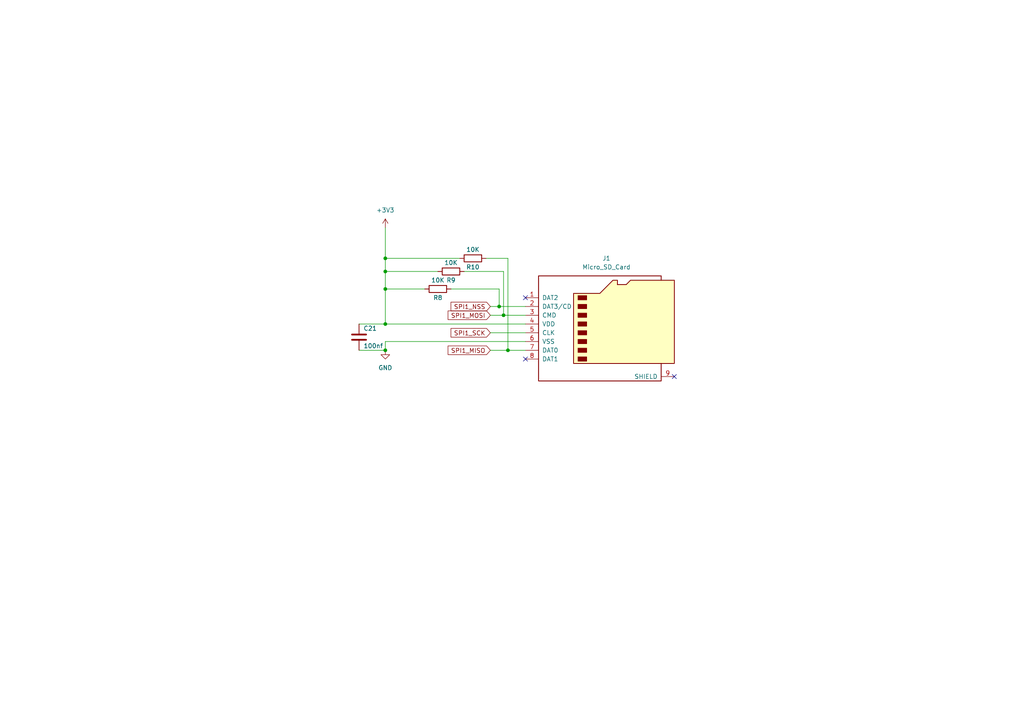
<source format=kicad_sch>
(kicad_sch (version 20211123) (generator eeschema)

  (uuid d22db607-bea2-4c52-8eb6-eb70b4714d8e)

  (paper "A4")

  (title_block
    (title "Robotic navigation system ")
    (date "2/26/2022")
    (company "Solarwind robotics")
  )

  (lib_symbols
    (symbol "Connector:Micro_SD_Card" (pin_names (offset 1.016)) (in_bom yes) (on_board yes)
      (property "Reference" "J" (id 0) (at -16.51 15.24 0)
        (effects (font (size 1.27 1.27)))
      )
      (property "Value" "Micro_SD_Card" (id 1) (at 16.51 15.24 0)
        (effects (font (size 1.27 1.27)) (justify right))
      )
      (property "Footprint" "" (id 2) (at 29.21 7.62 0)
        (effects (font (size 1.27 1.27)) hide)
      )
      (property "Datasheet" "http://katalog.we-online.de/em/datasheet/693072010801.pdf" (id 3) (at 0 0 0)
        (effects (font (size 1.27 1.27)) hide)
      )
      (property "ki_keywords" "connector SD microsd" (id 4) (at 0 0 0)
        (effects (font (size 1.27 1.27)) hide)
      )
      (property "ki_description" "Micro SD Card Socket" (id 5) (at 0 0 0)
        (effects (font (size 1.27 1.27)) hide)
      )
      (property "ki_fp_filters" "microSD*" (id 6) (at 0 0 0)
        (effects (font (size 1.27 1.27)) hide)
      )
      (symbol "Micro_SD_Card_0_1"
        (rectangle (start -7.62 -9.525) (end -5.08 -10.795)
          (stroke (width 0) (type default) (color 0 0 0 0))
          (fill (type outline))
        )
        (rectangle (start -7.62 -6.985) (end -5.08 -8.255)
          (stroke (width 0) (type default) (color 0 0 0 0))
          (fill (type outline))
        )
        (rectangle (start -7.62 -4.445) (end -5.08 -5.715)
          (stroke (width 0) (type default) (color 0 0 0 0))
          (fill (type outline))
        )
        (rectangle (start -7.62 -1.905) (end -5.08 -3.175)
          (stroke (width 0) (type default) (color 0 0 0 0))
          (fill (type outline))
        )
        (rectangle (start -7.62 0.635) (end -5.08 -0.635)
          (stroke (width 0) (type default) (color 0 0 0 0))
          (fill (type outline))
        )
        (rectangle (start -7.62 3.175) (end -5.08 1.905)
          (stroke (width 0) (type default) (color 0 0 0 0))
          (fill (type outline))
        )
        (rectangle (start -7.62 5.715) (end -5.08 4.445)
          (stroke (width 0) (type default) (color 0 0 0 0))
          (fill (type outline))
        )
        (rectangle (start -7.62 8.255) (end -5.08 6.985)
          (stroke (width 0) (type default) (color 0 0 0 0))
          (fill (type outline))
        )
        (polyline
          (pts
            (xy 16.51 12.7)
            (xy 16.51 13.97)
            (xy -19.05 13.97)
            (xy -19.05 -16.51)
            (xy 16.51 -16.51)
            (xy 16.51 -11.43)
          )
          (stroke (width 0.254) (type default) (color 0 0 0 0))
          (fill (type none))
        )
        (polyline
          (pts
            (xy -8.89 -11.43)
            (xy -8.89 8.89)
            (xy -1.27 8.89)
            (xy 2.54 12.7)
            (xy 3.81 12.7)
            (xy 3.81 11.43)
            (xy 6.35 11.43)
            (xy 7.62 12.7)
            (xy 20.32 12.7)
            (xy 20.32 -11.43)
            (xy -8.89 -11.43)
          )
          (stroke (width 0.254) (type default) (color 0 0 0 0))
          (fill (type background))
        )
      )
      (symbol "Micro_SD_Card_1_1"
        (pin bidirectional line (at -22.86 7.62 0) (length 3.81)
          (name "DAT2" (effects (font (size 1.27 1.27))))
          (number "1" (effects (font (size 1.27 1.27))))
        )
        (pin bidirectional line (at -22.86 5.08 0) (length 3.81)
          (name "DAT3/CD" (effects (font (size 1.27 1.27))))
          (number "2" (effects (font (size 1.27 1.27))))
        )
        (pin input line (at -22.86 2.54 0) (length 3.81)
          (name "CMD" (effects (font (size 1.27 1.27))))
          (number "3" (effects (font (size 1.27 1.27))))
        )
        (pin power_in line (at -22.86 0 0) (length 3.81)
          (name "VDD" (effects (font (size 1.27 1.27))))
          (number "4" (effects (font (size 1.27 1.27))))
        )
        (pin input line (at -22.86 -2.54 0) (length 3.81)
          (name "CLK" (effects (font (size 1.27 1.27))))
          (number "5" (effects (font (size 1.27 1.27))))
        )
        (pin power_in line (at -22.86 -5.08 0) (length 3.81)
          (name "VSS" (effects (font (size 1.27 1.27))))
          (number "6" (effects (font (size 1.27 1.27))))
        )
        (pin bidirectional line (at -22.86 -7.62 0) (length 3.81)
          (name "DAT0" (effects (font (size 1.27 1.27))))
          (number "7" (effects (font (size 1.27 1.27))))
        )
        (pin bidirectional line (at -22.86 -10.16 0) (length 3.81)
          (name "DAT1" (effects (font (size 1.27 1.27))))
          (number "8" (effects (font (size 1.27 1.27))))
        )
        (pin passive line (at 20.32 -15.24 180) (length 3.81)
          (name "SHIELD" (effects (font (size 1.27 1.27))))
          (number "9" (effects (font (size 1.27 1.27))))
        )
      )
    )
    (symbol "Device:C" (pin_numbers hide) (pin_names (offset 0.254)) (in_bom yes) (on_board yes)
      (property "Reference" "C" (id 0) (at 0.635 2.54 0)
        (effects (font (size 1.27 1.27)) (justify left))
      )
      (property "Value" "C" (id 1) (at 0.635 -2.54 0)
        (effects (font (size 1.27 1.27)) (justify left))
      )
      (property "Footprint" "" (id 2) (at 0.9652 -3.81 0)
        (effects (font (size 1.27 1.27)) hide)
      )
      (property "Datasheet" "~" (id 3) (at 0 0 0)
        (effects (font (size 1.27 1.27)) hide)
      )
      (property "ki_keywords" "cap capacitor" (id 4) (at 0 0 0)
        (effects (font (size 1.27 1.27)) hide)
      )
      (property "ki_description" "Unpolarized capacitor" (id 5) (at 0 0 0)
        (effects (font (size 1.27 1.27)) hide)
      )
      (property "ki_fp_filters" "C_*" (id 6) (at 0 0 0)
        (effects (font (size 1.27 1.27)) hide)
      )
      (symbol "C_0_1"
        (polyline
          (pts
            (xy -2.032 -0.762)
            (xy 2.032 -0.762)
          )
          (stroke (width 0.508) (type default) (color 0 0 0 0))
          (fill (type none))
        )
        (polyline
          (pts
            (xy -2.032 0.762)
            (xy 2.032 0.762)
          )
          (stroke (width 0.508) (type default) (color 0 0 0 0))
          (fill (type none))
        )
      )
      (symbol "C_1_1"
        (pin passive line (at 0 3.81 270) (length 2.794)
          (name "~" (effects (font (size 1.27 1.27))))
          (number "1" (effects (font (size 1.27 1.27))))
        )
        (pin passive line (at 0 -3.81 90) (length 2.794)
          (name "~" (effects (font (size 1.27 1.27))))
          (number "2" (effects (font (size 1.27 1.27))))
        )
      )
    )
    (symbol "Device:R" (pin_numbers hide) (pin_names (offset 0)) (in_bom yes) (on_board yes)
      (property "Reference" "R" (id 0) (at 2.032 0 90)
        (effects (font (size 1.27 1.27)))
      )
      (property "Value" "R" (id 1) (at 0 0 90)
        (effects (font (size 1.27 1.27)))
      )
      (property "Footprint" "" (id 2) (at -1.778 0 90)
        (effects (font (size 1.27 1.27)) hide)
      )
      (property "Datasheet" "~" (id 3) (at 0 0 0)
        (effects (font (size 1.27 1.27)) hide)
      )
      (property "ki_keywords" "R res resistor" (id 4) (at 0 0 0)
        (effects (font (size 1.27 1.27)) hide)
      )
      (property "ki_description" "Resistor" (id 5) (at 0 0 0)
        (effects (font (size 1.27 1.27)) hide)
      )
      (property "ki_fp_filters" "R_*" (id 6) (at 0 0 0)
        (effects (font (size 1.27 1.27)) hide)
      )
      (symbol "R_0_1"
        (rectangle (start -1.016 -2.54) (end 1.016 2.54)
          (stroke (width 0.254) (type default) (color 0 0 0 0))
          (fill (type none))
        )
      )
      (symbol "R_1_1"
        (pin passive line (at 0 3.81 270) (length 1.27)
          (name "~" (effects (font (size 1.27 1.27))))
          (number "1" (effects (font (size 1.27 1.27))))
        )
        (pin passive line (at 0 -3.81 90) (length 1.27)
          (name "~" (effects (font (size 1.27 1.27))))
          (number "2" (effects (font (size 1.27 1.27))))
        )
      )
    )
    (symbol "power:+3.3V" (power) (pin_names (offset 0)) (in_bom yes) (on_board yes)
      (property "Reference" "#PWR" (id 0) (at 0 -3.81 0)
        (effects (font (size 1.27 1.27)) hide)
      )
      (property "Value" "+3.3V" (id 1) (at 0 3.556 0)
        (effects (font (size 1.27 1.27)))
      )
      (property "Footprint" "" (id 2) (at 0 0 0)
        (effects (font (size 1.27 1.27)) hide)
      )
      (property "Datasheet" "" (id 3) (at 0 0 0)
        (effects (font (size 1.27 1.27)) hide)
      )
      (property "ki_keywords" "power-flag" (id 4) (at 0 0 0)
        (effects (font (size 1.27 1.27)) hide)
      )
      (property "ki_description" "Power symbol creates a global label with name \"+3.3V\"" (id 5) (at 0 0 0)
        (effects (font (size 1.27 1.27)) hide)
      )
      (symbol "+3.3V_0_1"
        (polyline
          (pts
            (xy -0.762 1.27)
            (xy 0 2.54)
          )
          (stroke (width 0) (type default) (color 0 0 0 0))
          (fill (type none))
        )
        (polyline
          (pts
            (xy 0 0)
            (xy 0 2.54)
          )
          (stroke (width 0) (type default) (color 0 0 0 0))
          (fill (type none))
        )
        (polyline
          (pts
            (xy 0 2.54)
            (xy 0.762 1.27)
          )
          (stroke (width 0) (type default) (color 0 0 0 0))
          (fill (type none))
        )
      )
      (symbol "+3.3V_1_1"
        (pin power_in line (at 0 0 90) (length 0) hide
          (name "+3V3" (effects (font (size 1.27 1.27))))
          (number "1" (effects (font (size 1.27 1.27))))
        )
      )
    )
    (symbol "power:GND" (power) (pin_names (offset 0)) (in_bom yes) (on_board yes)
      (property "Reference" "#PWR" (id 0) (at 0 -6.35 0)
        (effects (font (size 1.27 1.27)) hide)
      )
      (property "Value" "GND" (id 1) (at 0 -3.81 0)
        (effects (font (size 1.27 1.27)))
      )
      (property "Footprint" "" (id 2) (at 0 0 0)
        (effects (font (size 1.27 1.27)) hide)
      )
      (property "Datasheet" "" (id 3) (at 0 0 0)
        (effects (font (size 1.27 1.27)) hide)
      )
      (property "ki_keywords" "power-flag" (id 4) (at 0 0 0)
        (effects (font (size 1.27 1.27)) hide)
      )
      (property "ki_description" "Power symbol creates a global label with name \"GND\" , ground" (id 5) (at 0 0 0)
        (effects (font (size 1.27 1.27)) hide)
      )
      (symbol "GND_0_1"
        (polyline
          (pts
            (xy 0 0)
            (xy 0 -1.27)
            (xy 1.27 -1.27)
            (xy 0 -2.54)
            (xy -1.27 -1.27)
            (xy 0 -1.27)
          )
          (stroke (width 0) (type default) (color 0 0 0 0))
          (fill (type none))
        )
      )
      (symbol "GND_1_1"
        (pin power_in line (at 0 0 270) (length 0) hide
          (name "GND" (effects (font (size 1.27 1.27))))
          (number "1" (effects (font (size 1.27 1.27))))
        )
      )
    )
  )

  (junction (at 111.76 74.93) (diameter 0) (color 0 0 0 0)
    (uuid 261620c6-981a-47ae-a703-647fbe7cef4f)
  )
  (junction (at 144.78 88.9) (diameter 0) (color 0 0 0 0)
    (uuid 3e3c8cd1-e8be-4ede-ab91-ab5ac2641c3e)
  )
  (junction (at 147.32 101.6) (diameter 0) (color 0 0 0 0)
    (uuid 42565f17-e7d3-4122-9500-0832d36f08bc)
  )
  (junction (at 111.76 83.82) (diameter 0) (color 0 0 0 0)
    (uuid 5657f9cd-dd30-4c0a-8b80-a3a710594bbf)
  )
  (junction (at 111.76 101.6) (diameter 0) (color 0 0 0 0)
    (uuid 9c996d55-8899-45ef-8560-2126c0692ffc)
  )
  (junction (at 111.76 78.74) (diameter 0) (color 0 0 0 0)
    (uuid d337cea7-6507-4a28-b555-b162752d0d6d)
  )
  (junction (at 146.05 91.44) (diameter 0) (color 0 0 0 0)
    (uuid dab4dbbd-3bb6-4fba-a5a2-5e7768f698be)
  )
  (junction (at 111.76 93.98) (diameter 0) (color 0 0 0 0)
    (uuid e3983963-71ef-424b-8f3b-254650e2ee80)
  )

  (no_connect (at 152.4 86.36) (uuid 683d4a48-7660-44cc-9772-d6cba06cd66d))
  (no_connect (at 152.4 104.14) (uuid 683d4a48-7660-44cc-9772-d6cba06cd66e))
  (no_connect (at 195.58 109.22) (uuid 7896736b-777a-4f98-9e28-6155586798c8))

  (wire (pts (xy 144.78 83.82) (xy 144.78 88.9))
    (stroke (width 0) (type default) (color 0 0 0 0))
    (uuid 00448a73-23f2-4627-85f6-71b4bda64313)
  )
  (wire (pts (xy 146.05 78.74) (xy 146.05 91.44))
    (stroke (width 0) (type default) (color 0 0 0 0))
    (uuid 0e404bc0-f0fb-4491-8c22-e183822aceab)
  )
  (wire (pts (xy 147.32 101.6) (xy 152.4 101.6))
    (stroke (width 0) (type default) (color 0 0 0 0))
    (uuid 176608a4-e70d-44e4-92e7-1e7d1a6d5bdd)
  )
  (wire (pts (xy 111.76 66.04) (xy 111.76 74.93))
    (stroke (width 0) (type default) (color 0 0 0 0))
    (uuid 19ed1672-d458-4a17-9616-b338036725d0)
  )
  (wire (pts (xy 111.76 78.74) (xy 127 78.74))
    (stroke (width 0) (type default) (color 0 0 0 0))
    (uuid 2f27cb65-055d-4b86-91ba-5898b35f7299)
  )
  (wire (pts (xy 134.62 78.74) (xy 146.05 78.74))
    (stroke (width 0) (type default) (color 0 0 0 0))
    (uuid 39dbe8ef-1283-48fc-848a-a0540d15ae73)
  )
  (wire (pts (xy 104.14 101.6) (xy 111.76 101.6))
    (stroke (width 0) (type default) (color 0 0 0 0))
    (uuid 41b09954-8308-467a-bc0f-5f62afba23d0)
  )
  (wire (pts (xy 111.76 74.93) (xy 133.35 74.93))
    (stroke (width 0) (type default) (color 0 0 0 0))
    (uuid 48ab18a9-b15e-476b-950e-91693164c7d0)
  )
  (wire (pts (xy 111.76 83.82) (xy 111.76 93.98))
    (stroke (width 0) (type default) (color 0 0 0 0))
    (uuid 532e821c-a14c-4746-97f3-f5eab2df2905)
  )
  (wire (pts (xy 130.81 83.82) (xy 144.78 83.82))
    (stroke (width 0) (type default) (color 0 0 0 0))
    (uuid 66507de4-c199-4fbe-bf19-6d478b278e3a)
  )
  (wire (pts (xy 142.24 88.9) (xy 144.78 88.9))
    (stroke (width 0) (type default) (color 0 0 0 0))
    (uuid 6769fd52-0a7c-48a8-93d9-9b82414b5c41)
  )
  (wire (pts (xy 146.05 91.44) (xy 152.4 91.44))
    (stroke (width 0) (type default) (color 0 0 0 0))
    (uuid 7c37c9de-83c7-4d3e-baba-c349608a3873)
  )
  (wire (pts (xy 144.78 88.9) (xy 152.4 88.9))
    (stroke (width 0) (type default) (color 0 0 0 0))
    (uuid 8e8ec46d-caab-40a7-a29d-30283d9ff9fb)
  )
  (wire (pts (xy 147.32 74.93) (xy 147.32 101.6))
    (stroke (width 0) (type default) (color 0 0 0 0))
    (uuid 9f727aa2-421b-4c24-b321-a1323f2ca484)
  )
  (wire (pts (xy 104.14 93.98) (xy 111.76 93.98))
    (stroke (width 0) (type default) (color 0 0 0 0))
    (uuid a1cb9502-7521-4c16-bbfb-bbd49aee1d2a)
  )
  (wire (pts (xy 111.76 74.93) (xy 111.76 78.74))
    (stroke (width 0) (type default) (color 0 0 0 0))
    (uuid ac8414b5-a97d-42d7-b111-b3c3dc051850)
  )
  (wire (pts (xy 111.76 99.06) (xy 111.76 101.6))
    (stroke (width 0) (type default) (color 0 0 0 0))
    (uuid c23ae5a5-c96e-4ae4-a500-8396bc67ac41)
  )
  (wire (pts (xy 142.24 91.44) (xy 146.05 91.44))
    (stroke (width 0) (type default) (color 0 0 0 0))
    (uuid c9bdfffc-ea49-4fc1-9e78-d76696fc75af)
  )
  (wire (pts (xy 142.24 96.52) (xy 152.4 96.52))
    (stroke (width 0) (type default) (color 0 0 0 0))
    (uuid caeb5d4c-993e-4833-ad3a-717f34d29bd8)
  )
  (wire (pts (xy 142.24 101.6) (xy 147.32 101.6))
    (stroke (width 0) (type default) (color 0 0 0 0))
    (uuid cd57fa5c-4821-44e6-938b-be773fffe4fb)
  )
  (wire (pts (xy 152.4 99.06) (xy 111.76 99.06))
    (stroke (width 0) (type default) (color 0 0 0 0))
    (uuid da547872-e493-4b81-a164-e3eb9b2e92c9)
  )
  (wire (pts (xy 111.76 83.82) (xy 123.19 83.82))
    (stroke (width 0) (type default) (color 0 0 0 0))
    (uuid df0e0c70-1650-4162-aebb-3c10a222a679)
  )
  (wire (pts (xy 140.97 74.93) (xy 147.32 74.93))
    (stroke (width 0) (type default) (color 0 0 0 0))
    (uuid e6ab5210-e29b-49c5-b8c7-defdc595dc77)
  )
  (wire (pts (xy 111.76 93.98) (xy 152.4 93.98))
    (stroke (width 0) (type default) (color 0 0 0 0))
    (uuid f6a6ffb5-d998-4ea9-a86a-bf9105588f92)
  )
  (wire (pts (xy 111.76 78.74) (xy 111.76 83.82))
    (stroke (width 0) (type default) (color 0 0 0 0))
    (uuid fab29d84-b334-4090-ad18-bc97ff8bd9a6)
  )

  (global_label "SPI1_SCK" (shape input) (at 142.24 96.52 180) (fields_autoplaced)
    (effects (font (size 1.27 1.27)) (justify right))
    (uuid 0f06a0d6-452a-4074-837d-4d52f5efbc38)
    (property "Intersheet References" "${INTERSHEET_REFS}" (id 0) (at 130.8159 96.4406 0)
      (effects (font (size 1.27 1.27)) (justify right) hide)
    )
  )
  (global_label "SPI1_MISO" (shape input) (at 142.24 101.6 180) (fields_autoplaced)
    (effects (font (size 1.27 1.27)) (justify right))
    (uuid 1d0aa589-451c-485d-9032-c87d2c48412d)
    (property "Intersheet References" "${INTERSHEET_REFS}" (id 0) (at 129.9693 101.5206 0)
      (effects (font (size 1.27 1.27)) (justify right) hide)
    )
  )
  (global_label "SPI1_MOSI" (shape input) (at 142.24 91.44 180) (fields_autoplaced)
    (effects (font (size 1.27 1.27)) (justify right))
    (uuid 5296efab-662f-4351-b415-532a5f76cd07)
    (property "Intersheet References" "${INTERSHEET_REFS}" (id 0) (at 129.9693 91.3606 0)
      (effects (font (size 1.27 1.27)) (justify right) hide)
    )
  )
  (global_label "SPI1_NSS" (shape input) (at 142.24 88.9 180) (fields_autoplaced)
    (effects (font (size 1.27 1.27)) (justify right))
    (uuid a75da3e3-781d-43da-bc86-af1d438cba5b)
    (property "Intersheet References" "${INTERSHEET_REFS}" (id 0) (at 130.8159 88.8206 0)
      (effects (font (size 1.27 1.27)) (justify right) hide)
    )
  )

  (symbol (lib_id "power:+3.3V") (at 111.76 66.04 0) (unit 1)
    (in_bom yes) (on_board yes) (fields_autoplaced)
    (uuid 03fab5ba-0187-4554-b41e-88f269d4cf23)
    (property "Reference" "#PWR023" (id 0) (at 111.76 69.85 0)
      (effects (font (size 1.27 1.27)) hide)
    )
    (property "Value" "+3.3V" (id 1) (at 111.76 60.96 0))
    (property "Footprint" "" (id 2) (at 111.76 66.04 0)
      (effects (font (size 1.27 1.27)) hide)
    )
    (property "Datasheet" "" (id 3) (at 111.76 66.04 0)
      (effects (font (size 1.27 1.27)) hide)
    )
    (pin "1" (uuid effed6f1-9845-4dda-a4fa-c6598f39641e))
  )

  (symbol (lib_id "Device:C") (at 104.14 97.79 0) (unit 1)
    (in_bom yes) (on_board yes)
    (uuid 6c29bd52-28a0-4410-aa39-8fbeeccaf618)
    (property "Reference" "C21" (id 0) (at 105.41 95.25 0)
      (effects (font (size 1.27 1.27)) (justify left))
    )
    (property "Value" "100nf" (id 1) (at 105.41 100.33 0)
      (effects (font (size 1.27 1.27)) (justify left))
    )
    (property "Footprint" "Capacitor_SMD:C_0402_1005Metric_Pad0.74x0.62mm_HandSolder" (id 2) (at 105.1052 101.6 0)
      (effects (font (size 1.27 1.27)) hide)
    )
    (property "Datasheet" "~" (id 3) (at 104.14 97.79 0)
      (effects (font (size 1.27 1.27)) hide)
    )
    (property "LCSC" "C307331" (id 4) (at 104.14 97.79 0)
      (effects (font (size 1.27 1.27)) hide)
    )
    (pin "1" (uuid 9b4c2812-2624-4b83-b593-68b4168f852d))
    (pin "2" (uuid a80ef92b-fed2-4d82-9689-b70bcde0839c))
  )

  (symbol (lib_id "power:GND") (at 111.76 101.6 0) (unit 1)
    (in_bom yes) (on_board yes) (fields_autoplaced)
    (uuid 8012d703-6bc0-466d-a2c2-f474aeac5c96)
    (property "Reference" "#PWR027" (id 0) (at 111.76 107.95 0)
      (effects (font (size 1.27 1.27)) hide)
    )
    (property "Value" "GND" (id 1) (at 111.76 106.68 0))
    (property "Footprint" "" (id 2) (at 111.76 101.6 0)
      (effects (font (size 1.27 1.27)) hide)
    )
    (property "Datasheet" "" (id 3) (at 111.76 101.6 0)
      (effects (font (size 1.27 1.27)) hide)
    )
    (pin "1" (uuid 15a6f8c8-9f0f-4eef-ad55-2a45040d642c))
  )

  (symbol (lib_id "Device:R") (at 130.81 78.74 270) (unit 1)
    (in_bom yes) (on_board yes)
    (uuid a76078bc-bed3-4f11-8cfb-411ca9ebde85)
    (property "Reference" "R9" (id 0) (at 130.81 81.28 90))
    (property "Value" "10K" (id 1) (at 130.81 76.2 90))
    (property "Footprint" "Resistor_SMD:R_0402_1005Metric_Pad0.72x0.64mm_HandSolder" (id 2) (at 130.81 76.962 90)
      (effects (font (size 1.27 1.27)) hide)
    )
    (property "Datasheet" "~" (id 3) (at 130.81 78.74 0)
      (effects (font (size 1.27 1.27)) hide)
    )
    (property "LCSC" "C25744" (id 4) (at 130.81 78.74 90)
      (effects (font (size 1.27 1.27)) hide)
    )
    (pin "1" (uuid bd71b7a2-a251-4904-92cd-57bdf2f95218))
    (pin "2" (uuid 01d3bc4e-1f2a-4b3a-b307-b27922bb0a3f))
  )

  (symbol (lib_id "Connector:Micro_SD_Card") (at 175.26 93.98 0) (unit 1)
    (in_bom yes) (on_board yes) (fields_autoplaced)
    (uuid b2e451ad-59b4-4cea-a7ab-354c0a327a26)
    (property "Reference" "J1" (id 0) (at 175.895 74.93 0))
    (property "Value" "Micro_SD_Card" (id 1) (at 175.895 77.47 0))
    (property "Footprint" "Connector_Card:SUNTECH_ST-TF-003A" (id 2) (at 204.47 86.36 0)
      (effects (font (size 1.27 1.27)) hide)
    )
    (property "Datasheet" "http://katalog.we-online.de/em/datasheet/693072010801.pdf" (id 3) (at 175.26 93.98 0)
      (effects (font (size 1.27 1.27)) hide)
    )
    (property "LCSC" "C393941" (id 4) (at 175.26 93.98 0)
      (effects (font (size 1.27 1.27)) hide)
    )
    (pin "1" (uuid 054d156a-f332-4eb7-ae2b-72c98ff2904e))
    (pin "2" (uuid dfd0fc44-1971-4c85-9560-328971f94ec3))
    (pin "3" (uuid a23465a1-6737-4c55-b203-e80acc1831d5))
    (pin "4" (uuid ff66f95a-5c86-4831-b1fa-0a09015cc377))
    (pin "5" (uuid acd96dfd-42a6-4db7-943a-1b1f69d53554))
    (pin "6" (uuid 4c46bddd-241d-4ede-9548-a584f1f1af36))
    (pin "7" (uuid b38229a9-f5fa-4e7b-82d0-158b9cc2af37))
    (pin "8" (uuid a692033c-7ce4-4149-ad85-aba6f731cec9))
    (pin "9" (uuid f5942112-9b56-451b-8bb6-0d98977373ef))
  )

  (symbol (lib_id "Device:R") (at 127 83.82 270) (unit 1)
    (in_bom yes) (on_board yes)
    (uuid f08c59bd-e689-46a0-9816-6c98c3d68619)
    (property "Reference" "R8" (id 0) (at 127 86.36 90))
    (property "Value" "10K" (id 1) (at 127 81.28 90))
    (property "Footprint" "Resistor_SMD:R_0402_1005Metric_Pad0.72x0.64mm_HandSolder" (id 2) (at 127 82.042 90)
      (effects (font (size 1.27 1.27)) hide)
    )
    (property "Datasheet" "~" (id 3) (at 127 83.82 0)
      (effects (font (size 1.27 1.27)) hide)
    )
    (property "LCSC" "C25744" (id 4) (at 127 83.82 90)
      (effects (font (size 1.27 1.27)) hide)
    )
    (pin "1" (uuid 727de34c-ba34-4102-a246-3edab63a9c90))
    (pin "2" (uuid f08dec00-01d4-4614-98f1-dca08ce426b6))
  )

  (symbol (lib_id "Device:R") (at 137.16 74.93 270) (unit 1)
    (in_bom yes) (on_board yes)
    (uuid f9ebb3ff-4800-4b5b-ac89-3e865d5f73b5)
    (property "Reference" "R10" (id 0) (at 137.16 77.47 90))
    (property "Value" "10K" (id 1) (at 137.16 72.39 90))
    (property "Footprint" "Resistor_SMD:R_0402_1005Metric_Pad0.72x0.64mm_HandSolder" (id 2) (at 137.16 73.152 90)
      (effects (font (size 1.27 1.27)) hide)
    )
    (property "Datasheet" "~" (id 3) (at 137.16 74.93 0)
      (effects (font (size 1.27 1.27)) hide)
    )
    (property "LCSC" "C25744" (id 4) (at 137.16 74.93 90)
      (effects (font (size 1.27 1.27)) hide)
    )
    (pin "1" (uuid b1666d99-4fee-4a38-b26b-d866711606bc))
    (pin "2" (uuid 3cfc6766-a346-4ea0-b265-1c227dae379b))
  )
)

</source>
